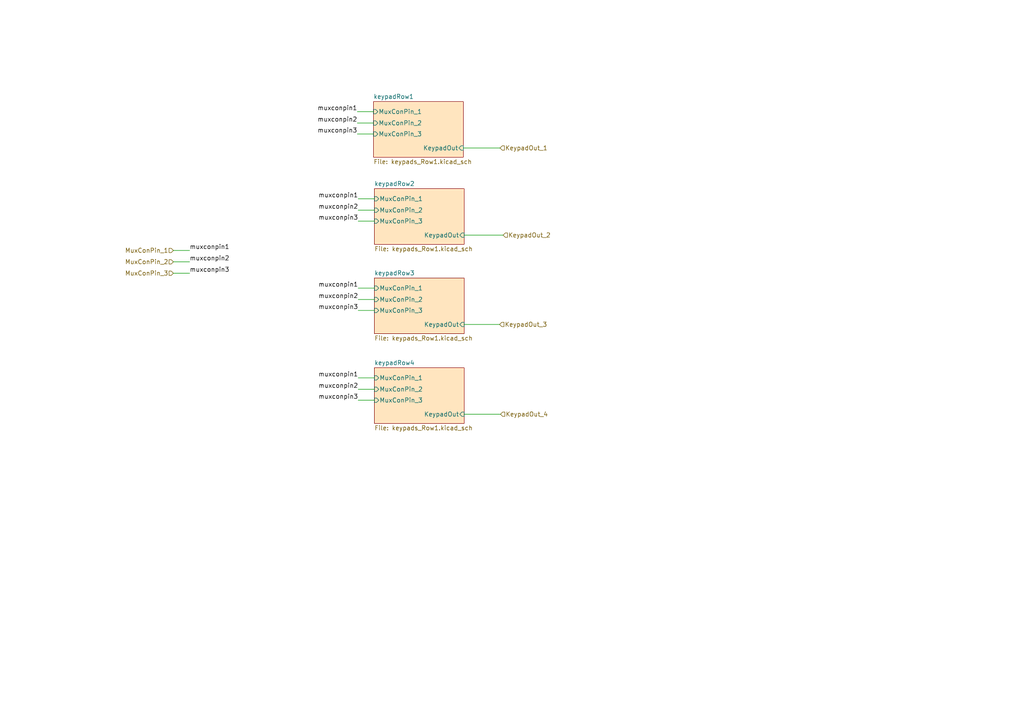
<source format=kicad_sch>
(kicad_sch (version 20230121) (generator eeschema)
  (paper "A4")
  (lib_symbols)
  (wire (pts (xy 108.585 86.868) (xy 103.886 86.868)))
  (wire (pts (xy 134.62 94.107) (xy 144.907 94.107)))
  (wire (pts (xy 108.585 64.135) (xy 103.886 64.135)))
  (wire (pts (xy 108.585 57.658) (xy 103.886 57.658)))
  (wire (pts (xy 134.366 42.926) (xy 145.034 42.926)))
  (wire (pts (xy 50.292 72.644) (xy 54.991 72.644)))
  (wire (pts (xy 108.585 116.078) (xy 103.886 116.078)))
  (wire (pts (xy 108.585 112.903) (xy 103.886 112.903)))
  (wire (pts (xy 50.292 79.248) (xy 54.991 79.248)))
  (wire (pts (xy 108.585 90.043) (xy 103.886 90.043)))
  (wire (pts (xy 108.585 83.566) (xy 103.886 83.566)))
  (wire (pts (xy 108.585 109.601) (xy 103.886 109.601)))
  (wire (pts (xy 134.62 120.142) (xy 145.161 120.142)))
  (wire (pts (xy 50.292 75.946) (xy 54.991 75.946)))
  (wire (pts (xy 108.585 60.96) (xy 103.886 60.96)))
  (wire (pts (xy 108.331 32.385) (xy 103.632 32.385)))
  (wire (pts (xy 108.331 38.862) (xy 103.632 38.862)))
  (wire (pts (xy 108.331 35.687) (xy 103.632 35.687)))
  (wire (pts (xy 134.62 68.199) (xy 145.923 68.199)))
  (label "muxconpin1" (at 103.886 57.658 180))
  (label "muxconpin2" (at 103.632 35.687 180))
  (label "muxconpin3" (at 54.991 79.248 0))
  (label "muxconpin3" (at 103.886 90.043 180))
  (label "muxconpin3" (at 103.632 38.862 180))
  (label "muxconpin2" (at 103.886 112.903 180))
  (label "muxconpin1" (at 103.886 83.566 180))
  (label "muxconpin1" (at 103.632 32.385 180))
  (label "muxconpin2" (at 103.886 86.868 180))
  (label "muxconpin1" (at 54.991 72.644 0))
  (label "muxconpin3" (at 103.886 116.078 180))
  (label "muxconpin1" (at 103.886 109.601 180))
  (label "muxconpin2" (at 54.991 75.946 0))
  (label "muxconpin3" (at 103.886 64.135 180))
  (label "muxconpin2" (at 103.886 60.96 180))
  (hierarchical_label "KeypadOut_2" (shape input) (at 145.923 68.199 0))
  (hierarchical_label "KeypadOut_3" (shape input) (at 144.907 94.107 0))
  (hierarchical_label "MuxConPin_2" (shape input) (at 50.292 75.946 180))
  (hierarchical_label "MuxConPin_3" (shape input) (at 50.292 79.248 180))
  (hierarchical_label "MuxConPin_1" (shape input) (at 50.292 72.644 180))
  (hierarchical_label "KeypadOut_1" (shape input) (at 145.034 42.926 0))
  (hierarchical_label "KeypadOut_4" (shape input) (at 145.161 120.142 0))
  (sheet (at 108.585 106.68) (size 26.035 16.129) (stroke (width 0.1524)) (fill (color 255 229 191 1.0000))
    (property "Sheetname" "keypadRow4" (at 108.585 105.9684 0) (effects (justify left bottom)))
    (property "Sheetfile" "keypads_Row1.kicad_sch" (at 108.585 123.3936 0) (effects (justify left top)))
    (pin "MuxConPin_3" input (at 108.585 116.078 180))
    (pin "MuxConPin_2" input (at 108.585 112.903 180))
    (pin "MuxConPin_1" input (at 108.585 109.601 180))
    (pin "KeypadOut" input (at 134.62 120.142 0))
  )
  (sheet (at 108.331 29.464) (size 26.035 16.129) (stroke (width 0.1524)) (fill (color 255 229 191 1.0000))
    (property "Sheetname" "keypadRow1" (at 108.331 28.7524 0) (effects (justify left bottom)))
    (property "Sheetfile" "keypads_Row1.kicad_sch" (at 108.331 46.1776 0) (effects (justify left top)))
    (pin "MuxConPin_3" input (at 108.331 38.862 180))
    (pin "MuxConPin_2" input (at 108.331 35.687 180))
    (pin "MuxConPin_1" input (at 108.331 32.385 180))
    (pin "KeypadOut" input (at 134.366 42.926 0))
  )
  (sheet (at 108.585 54.737) (size 26.035 16.129) (stroke (width 0.1524)) (fill (color 255 229 191 1.0000))
    (property "Sheetname" "keypadRow2" (at 108.585 54.0254 0) (effects (justify left bottom)))
    (property "Sheetfile" "keypads_Row1.kicad_sch" (at 108.585 71.4506 0) (effects (justify left top)))
    (pin "MuxConPin_3" input (at 108.585 64.135 180))
    (pin "MuxConPin_2" input (at 108.585 60.96 180))
    (pin "MuxConPin_1" input (at 108.585 57.658 180))
    (pin "KeypadOut" input (at 134.62 68.199 0))
  )
  (sheet (at 108.585 80.645) (size 26.035 16.129) (stroke (width 0.1524)) (fill (color 255 229 191 1.0000))
    (property "Sheetname" "keypadRow3" (at 108.585 79.9334 0) (effects (justify left bottom)))
    (property "Sheetfile" "keypads_Row1.kicad_sch" (at 108.585 97.3586 0) (effects (justify left top)))
    (pin "MuxConPin_3" input (at 108.585 90.043 180))
    (pin "MuxConPin_2" input (at 108.585 86.868 180))
    (pin "MuxConPin_1" input (at 108.585 83.566 180))
    (pin "KeypadOut" input (at 134.62 94.107 0))
  )
)
</source>
